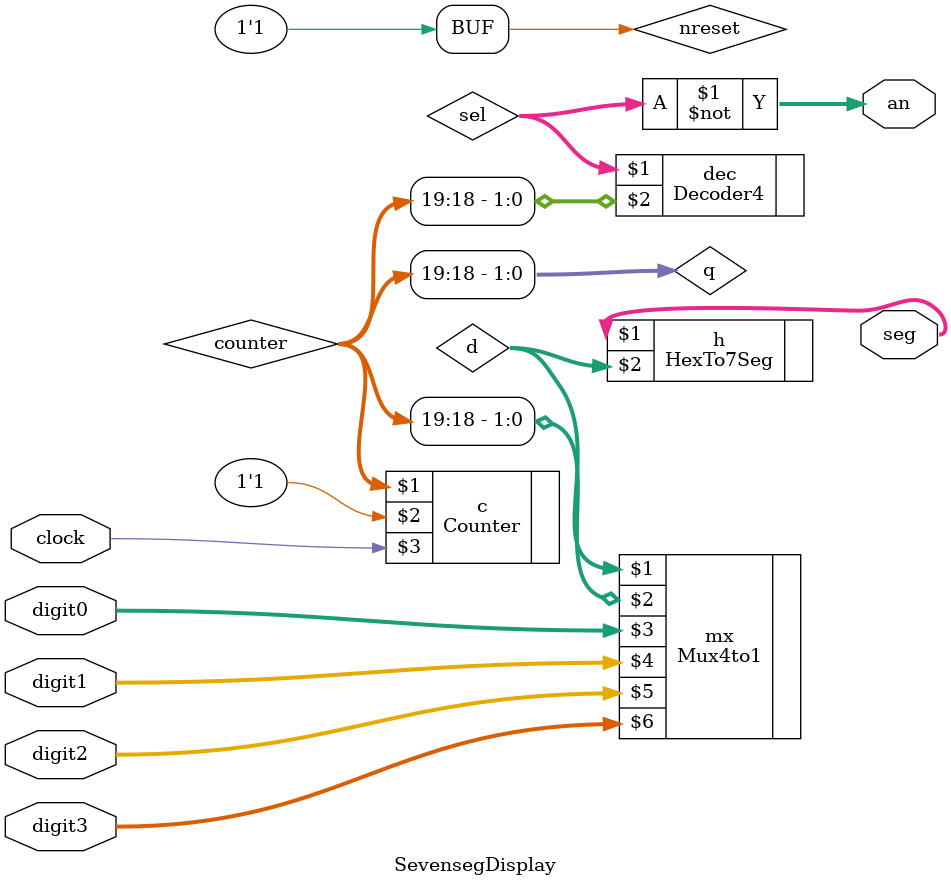
<source format=v>
`timescale 1ns / 1ps


module SevensegDisplay(
	output wire [6:0] seg,
	output wire [3:0] an,
    input [3:0] digit0,
    input [3:0] digit1,
    input [3:0] digit2,
    input [3:0] digit3,
	input clock
);
    wire [1:0] q;
    wire [3:0] d;
    wire [3:0] sel;
    wire [19:0] counter;
    reg nreset;

    assign q = {counter[19],counter[18]};
    assign an = ~sel;

    initial nreset <= 1;

    Counter #(20) c(counter,nreset,clock);
    Mux4to1 #(4) mx(d,q,digit0,digit1,digit2,digit3);
    Decoder4 dec(sel,q);
    HexTo7Seg h(seg,d);

endmodule

</source>
